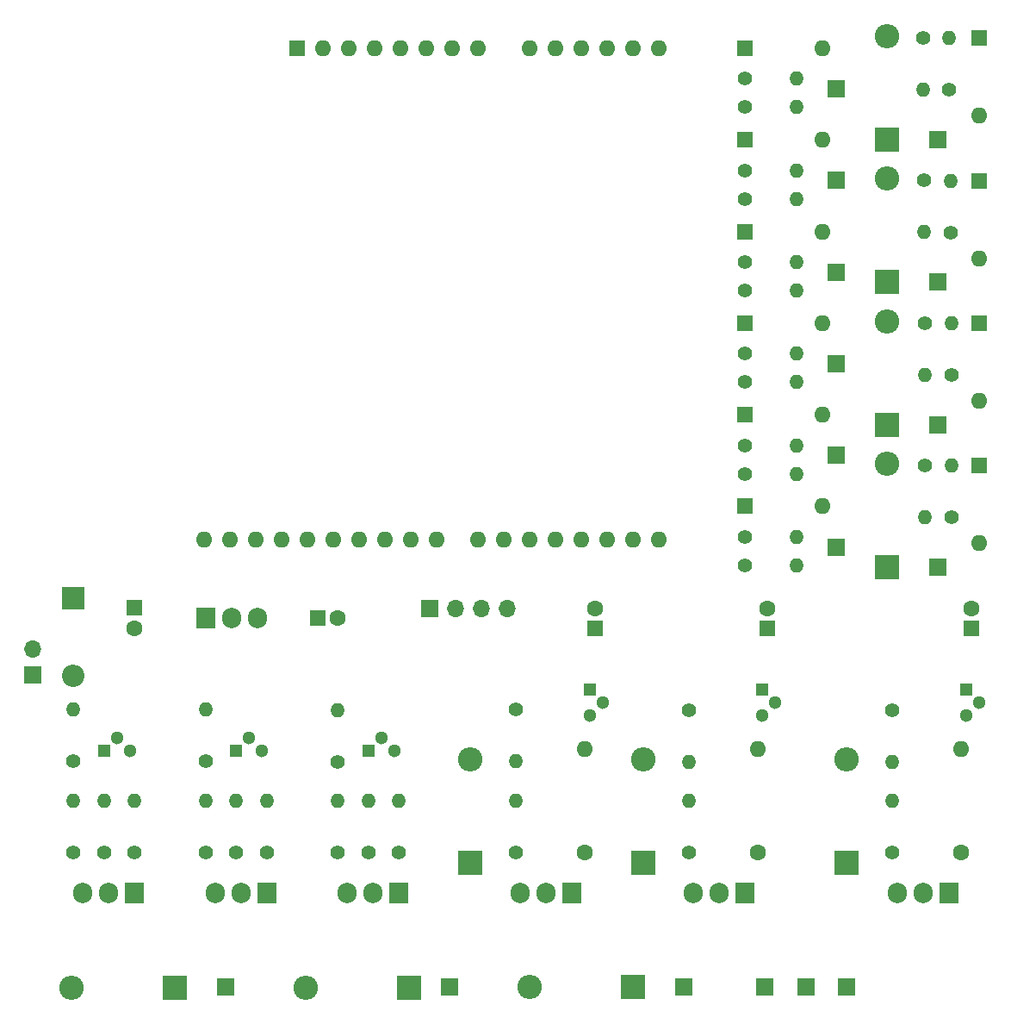
<source format=gts>
G04 #@! TF.GenerationSoftware,KiCad,Pcbnew,(6.0.7)*
G04 #@! TF.CreationDate,2022-11-23T14:52:55+01:00*
G04 #@! TF.ProjectId,Goobyl_da - Kretskort,476f6f62-796c-4e56-9461-202d204b7265,rev?*
G04 #@! TF.SameCoordinates,Original*
G04 #@! TF.FileFunction,Soldermask,Top*
G04 #@! TF.FilePolarity,Negative*
%FSLAX46Y46*%
G04 Gerber Fmt 4.6, Leading zero omitted, Abs format (unit mm)*
G04 Created by KiCad (PCBNEW (6.0.7)) date 2022-11-23 14:52:55*
%MOMM*%
%LPD*%
G01*
G04 APERTURE LIST*
%ADD10R,1.600000X1.600000*%
%ADD11O,1.600000X1.600000*%
%ADD12C,1.600000*%
%ADD13R,2.400000X2.400000*%
%ADD14O,2.400000X2.400000*%
%ADD15R,2.200000X2.200000*%
%ADD16O,2.200000X2.200000*%
%ADD17R,1.700000X1.700000*%
%ADD18O,1.700000X1.700000*%
%ADD19R,1.300000X1.300000*%
%ADD20C,1.300000*%
%ADD21R,1.905000X2.000000*%
%ADD22O,1.905000X2.000000*%
%ADD23C,1.400000*%
%ADD24O,1.400000X1.400000*%
G04 APERTURE END LIST*
D10*
X119010000Y-45010000D03*
D11*
X121550000Y-45010000D03*
X124090000Y-45010000D03*
X126630000Y-45010000D03*
X129170000Y-45010000D03*
X131710000Y-45010000D03*
X134250000Y-45010000D03*
X136790000Y-45010000D03*
X141870000Y-45010000D03*
X144410000Y-45010000D03*
X146950000Y-45010000D03*
X149490000Y-45010000D03*
X152030000Y-45010000D03*
X154570000Y-45010000D03*
X154570000Y-93270000D03*
X152030000Y-93270000D03*
X149490000Y-93270000D03*
X146950000Y-93270000D03*
X144410000Y-93270000D03*
X141870000Y-93270000D03*
X139330000Y-93270000D03*
X136790000Y-93270000D03*
X132730000Y-93270000D03*
X130190000Y-93270000D03*
X127650000Y-93270000D03*
X125110000Y-93270000D03*
X122570000Y-93270000D03*
X120030000Y-93270000D03*
X117490000Y-93270000D03*
X114950000Y-93270000D03*
X112410000Y-93270000D03*
X109870000Y-93270000D03*
D10*
X148260000Y-102010000D03*
D12*
X148260000Y-100010000D03*
D10*
X165260000Y-102010000D03*
D12*
X165260000Y-100010000D03*
D10*
X185260000Y-102010000D03*
D12*
X185260000Y-100010000D03*
D10*
X103000000Y-100000000D03*
D12*
X103000000Y-102000000D03*
D10*
X121000000Y-101000000D03*
D12*
X123000000Y-101000000D03*
D13*
X152000000Y-137250000D03*
D14*
X141840000Y-137250000D03*
D13*
X107010000Y-137260000D03*
D14*
X96850000Y-137260000D03*
D15*
X97010000Y-99010000D03*
D16*
X97010000Y-106630000D03*
D13*
X136010000Y-125010000D03*
D14*
X136010000Y-114850000D03*
D13*
X153010000Y-125010000D03*
D14*
X153010000Y-114850000D03*
D13*
X173010000Y-125010000D03*
D14*
X173010000Y-114850000D03*
D10*
X163010000Y-45010000D03*
D11*
X170630000Y-45010000D03*
D10*
X163010000Y-54010000D03*
D11*
X170630000Y-54010000D03*
D10*
X163010000Y-63010000D03*
D11*
X170630000Y-63010000D03*
D10*
X163010000Y-72010000D03*
D11*
X170630000Y-72010000D03*
D10*
X163010000Y-81010000D03*
D11*
X170630000Y-81010000D03*
D10*
X163010000Y-90010000D03*
D11*
X170630000Y-90010000D03*
D17*
X132010000Y-100010000D03*
D18*
X134550000Y-100010000D03*
X137090000Y-100010000D03*
X139630000Y-100010000D03*
D19*
X126000000Y-114000000D03*
D20*
X127270000Y-112730000D03*
X128540000Y-114000000D03*
D19*
X113000000Y-114000000D03*
D20*
X114270000Y-112730000D03*
X115540000Y-114000000D03*
D19*
X100000000Y-114000000D03*
D20*
X101270000Y-112730000D03*
X102540000Y-114000000D03*
D21*
X129000000Y-128000000D03*
D22*
X126460000Y-128000000D03*
X123920000Y-128000000D03*
D21*
X116000000Y-128000000D03*
D22*
X113460000Y-128000000D03*
X110920000Y-128000000D03*
D21*
X103000000Y-128000000D03*
D22*
X100460000Y-128000000D03*
X97920000Y-128000000D03*
D19*
X147750000Y-108000000D03*
D20*
X149020000Y-109270000D03*
X147750000Y-110540000D03*
D19*
X164750000Y-108000000D03*
D20*
X166020000Y-109270000D03*
X164750000Y-110540000D03*
D19*
X184750000Y-108000000D03*
D20*
X186020000Y-109270000D03*
X184750000Y-110540000D03*
D21*
X163000000Y-128000000D03*
D22*
X160460000Y-128000000D03*
X157920000Y-128000000D03*
D21*
X183100000Y-128000000D03*
D22*
X180560000Y-128000000D03*
X178020000Y-128000000D03*
D23*
X123010000Y-115090000D03*
D24*
X123010000Y-110010000D03*
D23*
X110010000Y-115010000D03*
D24*
X110010000Y-109930000D03*
D23*
X97010000Y-115010000D03*
D24*
X97010000Y-109930000D03*
D23*
X126010000Y-124010000D03*
D24*
X126010000Y-118930000D03*
D23*
X113010000Y-124010000D03*
D24*
X113010000Y-118930000D03*
D23*
X100010000Y-124010000D03*
D24*
X100010000Y-118930000D03*
D23*
X123010000Y-124010000D03*
D24*
X123010000Y-118930000D03*
D23*
X97010000Y-124010000D03*
D24*
X97010000Y-118930000D03*
D23*
X129010000Y-124010000D03*
D24*
X129010000Y-118930000D03*
D23*
X116010000Y-124010000D03*
D24*
X116010000Y-118930000D03*
D23*
X140510000Y-109930000D03*
D24*
X140510000Y-115010000D03*
D23*
X157500000Y-110010000D03*
D24*
X157500000Y-115090000D03*
D23*
X177510000Y-110010000D03*
D24*
X177510000Y-115090000D03*
D12*
X147260000Y-124010000D03*
D11*
X147260000Y-113850000D03*
D12*
X164260000Y-124010000D03*
D11*
X164260000Y-113850000D03*
D12*
X184260000Y-124010000D03*
D11*
X184260000Y-113850000D03*
D23*
X140510000Y-124010000D03*
D24*
X140510000Y-118930000D03*
D23*
X157500000Y-124000000D03*
D24*
X157500000Y-118920000D03*
D23*
X177510000Y-124010000D03*
D24*
X177510000Y-118930000D03*
D23*
X163010000Y-50810000D03*
D24*
X168090000Y-50810000D03*
D23*
X163010000Y-59810000D03*
D24*
X168090000Y-59810000D03*
D23*
X163010000Y-77810000D03*
D24*
X168090000Y-77810000D03*
D23*
X163010000Y-86810000D03*
D24*
X168090000Y-86810000D03*
D23*
X163010000Y-95810000D03*
D24*
X168090000Y-95810000D03*
D23*
X163010000Y-48010000D03*
D24*
X168090000Y-48010000D03*
D23*
X163010000Y-57010000D03*
D24*
X168090000Y-57010000D03*
D23*
X163010000Y-66010000D03*
D24*
X168090000Y-66010000D03*
D23*
X163010000Y-75010000D03*
D24*
X168090000Y-75010000D03*
D23*
X163010000Y-84010000D03*
D24*
X168090000Y-84010000D03*
D23*
X163010000Y-93010000D03*
D24*
X168090000Y-93010000D03*
D21*
X110000000Y-101000000D03*
D22*
X112540000Y-101000000D03*
X115080000Y-101000000D03*
D23*
X110010000Y-124010000D03*
D24*
X110010000Y-118930000D03*
D23*
X103010000Y-124010000D03*
D24*
X103010000Y-118930000D03*
D13*
X130010000Y-137260000D03*
D14*
X119850000Y-137260000D03*
D13*
X177000000Y-96000000D03*
D14*
X177000000Y-85840000D03*
D13*
X177000000Y-82000000D03*
D14*
X177000000Y-71840000D03*
D13*
X177000000Y-68000000D03*
D14*
X177000000Y-57840000D03*
D13*
X177010000Y-54010000D03*
D14*
X177010000Y-43850000D03*
D10*
X186010000Y-86010000D03*
D11*
X186010000Y-93630000D03*
D10*
X186010000Y-72010000D03*
D11*
X186010000Y-79630000D03*
D10*
X186010000Y-58010000D03*
D11*
X186010000Y-65630000D03*
D10*
X186010000Y-44010000D03*
D11*
X186010000Y-51630000D03*
D23*
X183310000Y-91090000D03*
D24*
X183310000Y-86010000D03*
D23*
X180710000Y-86010000D03*
D24*
X180710000Y-91090000D03*
D23*
X183310000Y-77090000D03*
D24*
X183310000Y-72010000D03*
D23*
X180710000Y-72010000D03*
D24*
X180710000Y-77090000D03*
D23*
X180510000Y-44000000D03*
D24*
X180510000Y-49080000D03*
D23*
X163010000Y-68810000D03*
D24*
X168090000Y-68810000D03*
D23*
X183280000Y-63090000D03*
D24*
X183280000Y-58010000D03*
D23*
X180670000Y-58000000D03*
D24*
X180670000Y-63080000D03*
D23*
X183110000Y-49090000D03*
D24*
X183110000Y-44010000D03*
D17*
X157000000Y-137250000D03*
X134000000Y-137250000D03*
X112000000Y-137250000D03*
X93000000Y-106600000D03*
D18*
X93000000Y-104060000D03*
D17*
X165000000Y-137250000D03*
X169000000Y-137250000D03*
X173000000Y-137250000D03*
X182000000Y-96000000D03*
X182000000Y-82000000D03*
X182000000Y-68000000D03*
X182000000Y-54000000D03*
X172000000Y-49000000D03*
X172000000Y-58000000D03*
X172000000Y-67000000D03*
X172000000Y-76000000D03*
X172000000Y-85000000D03*
X172000000Y-94000000D03*
D21*
X146000000Y-128000000D03*
D22*
X143460000Y-128000000D03*
X140920000Y-128000000D03*
M02*

</source>
